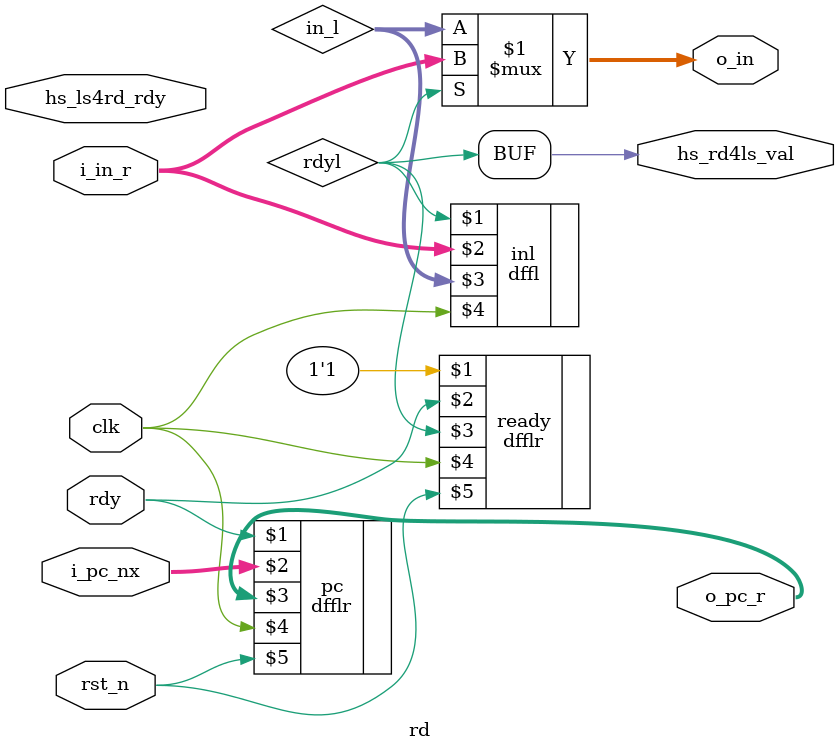
<source format=v>


module rd(
    input         clk,
    input         rst_n,

    input         rdy,

    output        hs_rd4ls_val,
    input         hs_ls4rd_rdy,
    input  [31:0] i_pc_nx,
    output [31:0] o_pc_r,
    input  [31:0] i_in_r,
    output [31:0] o_in
);
    wire        rdyl;
    wire [31:0] in_l;
    assign o_in = rdyl ? i_in_r : in_l;
    assign hs_rd4ls_val = rdyl;

    dfflr  #(1, 1'b1)         ready(1'b1, rdy    , rdyl  , clk, rst_n);
    dffl  #(32)        inl  (rdyl, i_in_r , in_l  , clk);
    dfflr #(32, 32'h80000000) pc   (rdy,  i_pc_nx, o_pc_r, clk, rst_n);
endmodule
</source>
